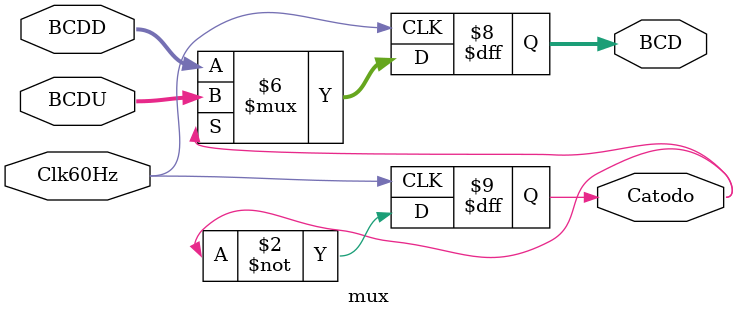
<source format=v>
`timescale 1ns / 1ps


module mux(
            input wire Clk60Hz,
            input wire [3:0] BCDD,
            input wire [3:0] BCDU,
            output reg [3:0] BCD = 0,
            output reg Catodo
           );
                      
    initial begin 
        Catodo=0;
    end
    
    always@(posedge(Clk60Hz))
    begin
        Catodo=~Catodo;
        if(Catodo)
            BCD <= BCDD;
    else
        BCD <= BCDU;
    end
endmodule

</source>
